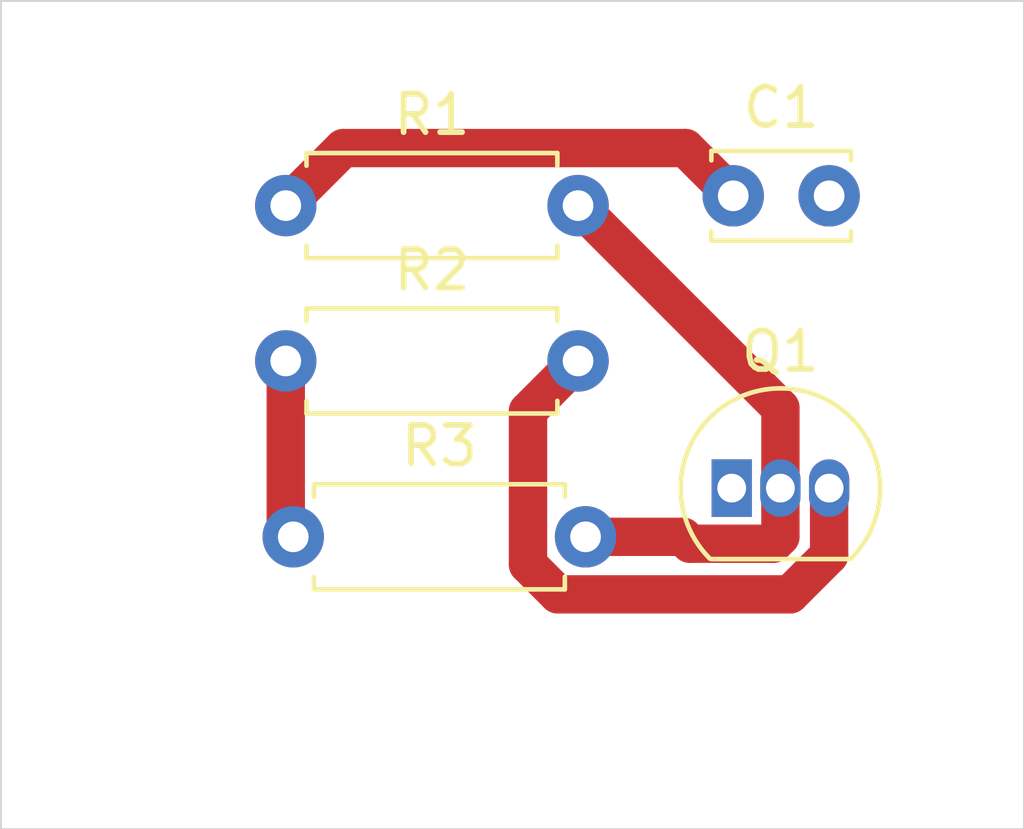
<source format=kicad_pcb>
(kicad_pcb (version 20171130) (host pcbnew "(5.1.2)-2")

  (general
    (thickness 1.6)
    (drawings 5)
    (tracks 20)
    (zones 0)
    (modules 5)
    (nets 7)
  )

  (page A4)
  (layers
    (0 F.Cu signal)
    (31 B.Cu signal)
    (32 B.Adhes user)
    (33 F.Adhes user)
    (34 B.Paste user)
    (35 F.Paste user)
    (36 B.SilkS user)
    (37 F.SilkS user)
    (38 B.Mask user)
    (39 F.Mask user)
    (40 Dwgs.User user)
    (41 Cmts.User user)
    (42 Eco1.User user)
    (43 Eco2.User user)
    (44 Edge.Cuts user)
    (45 Margin user)
    (46 B.CrtYd user)
    (47 F.CrtYd user)
    (48 B.Fab user)
    (49 F.Fab user)
  )

  (setup
    (last_trace_width 1)
    (user_trace_width 1)
    (trace_clearance 0.2)
    (zone_clearance 0.508)
    (zone_45_only no)
    (trace_min 0.2)
    (via_size 0.8)
    (via_drill 0.4)
    (via_min_size 0.4)
    (via_min_drill 0.3)
    (uvia_size 0.3)
    (uvia_drill 0.1)
    (uvias_allowed no)
    (uvia_min_size 0.2)
    (uvia_min_drill 0.1)
    (edge_width 0.05)
    (segment_width 0.2)
    (pcb_text_width 0.3)
    (pcb_text_size 1.5 1.5)
    (mod_edge_width 0.12)
    (mod_text_size 1 1)
    (mod_text_width 0.15)
    (pad_size 1.524 1.524)
    (pad_drill 0.762)
    (pad_to_mask_clearance 0.051)
    (solder_mask_min_width 0.25)
    (aux_axis_origin 0 0)
    (visible_elements FFFFFF7F)
    (pcbplotparams
      (layerselection 0x010fc_ffffffff)
      (usegerberextensions false)
      (usegerberattributes false)
      (usegerberadvancedattributes false)
      (creategerberjobfile false)
      (excludeedgelayer true)
      (linewidth 0.100000)
      (plotframeref false)
      (viasonmask false)
      (mode 1)
      (useauxorigin false)
      (hpglpennumber 1)
      (hpglpenspeed 20)
      (hpglpendiameter 15.000000)
      (psnegative false)
      (psa4output false)
      (plotreference true)
      (plotvalue true)
      (plotinvisibletext false)
      (padsonsilk false)
      (subtractmaskfromsilk false)
      (outputformat 1)
      (mirror false)
      (drillshape 1)
      (scaleselection 1)
      (outputdirectory ""))
  )

  (net 0 "")
  (net 1 "Net-(C1-Pad2)")
  (net 2 "Net-(C1-Pad1)")
  (net 3 VCC)
  (net 4 "Net-(Q1-Pad3)")
  (net 5 "Net-(Q1-Pad2)")
  (net 6 GND)

  (net_class Default "Esta é a classe de rede padrão."
    (clearance 0.2)
    (trace_width 0.25)
    (via_dia 0.8)
    (via_drill 0.4)
    (uvia_dia 0.3)
    (uvia_drill 0.1)
    (add_net GND)
    (add_net "Net-(C1-Pad1)")
    (add_net "Net-(C1-Pad2)")
    (add_net "Net-(Q1-Pad2)")
    (add_net "Net-(Q1-Pad3)")
    (add_net VCC)
  )

  (module Resistor_THT:R_Axial_DIN0207_L6.3mm_D2.5mm_P7.62mm_Horizontal (layer F.Cu) (tedit 5AE5139B) (tstamp 5D4E5A6B)
    (at 120.65 97.79)
    (descr "Resistor, Axial_DIN0207 series, Axial, Horizontal, pin pitch=7.62mm, 0.25W = 1/4W, length*diameter=6.3*2.5mm^2, http://cdn-reichelt.de/documents/datenblatt/B400/1_4W%23YAG.pdf")
    (tags "Resistor Axial_DIN0207 series Axial Horizontal pin pitch 7.62mm 0.25W = 1/4W length 6.3mm diameter 2.5mm")
    (path /5D4E288E)
    (fp_text reference R3 (at 3.81 -2.37) (layer F.SilkS)
      (effects (font (size 1 1) (thickness 0.15)))
    )
    (fp_text value 510k (at 3.81 2.37) (layer F.Fab)
      (effects (font (size 1 1) (thickness 0.15)))
    )
    (fp_text user %R (at 3.81 0) (layer F.Fab)
      (effects (font (size 1 1) (thickness 0.15)))
    )
    (fp_line (start 8.67 -1.5) (end -1.05 -1.5) (layer F.CrtYd) (width 0.05))
    (fp_line (start 8.67 1.5) (end 8.67 -1.5) (layer F.CrtYd) (width 0.05))
    (fp_line (start -1.05 1.5) (end 8.67 1.5) (layer F.CrtYd) (width 0.05))
    (fp_line (start -1.05 -1.5) (end -1.05 1.5) (layer F.CrtYd) (width 0.05))
    (fp_line (start 7.08 1.37) (end 7.08 1.04) (layer F.SilkS) (width 0.12))
    (fp_line (start 0.54 1.37) (end 7.08 1.37) (layer F.SilkS) (width 0.12))
    (fp_line (start 0.54 1.04) (end 0.54 1.37) (layer F.SilkS) (width 0.12))
    (fp_line (start 7.08 -1.37) (end 7.08 -1.04) (layer F.SilkS) (width 0.12))
    (fp_line (start 0.54 -1.37) (end 7.08 -1.37) (layer F.SilkS) (width 0.12))
    (fp_line (start 0.54 -1.04) (end 0.54 -1.37) (layer F.SilkS) (width 0.12))
    (fp_line (start 7.62 0) (end 6.96 0) (layer F.Fab) (width 0.1))
    (fp_line (start 0 0) (end 0.66 0) (layer F.Fab) (width 0.1))
    (fp_line (start 6.96 -1.25) (end 0.66 -1.25) (layer F.Fab) (width 0.1))
    (fp_line (start 6.96 1.25) (end 6.96 -1.25) (layer F.Fab) (width 0.1))
    (fp_line (start 0.66 1.25) (end 6.96 1.25) (layer F.Fab) (width 0.1))
    (fp_line (start 0.66 -1.25) (end 0.66 1.25) (layer F.Fab) (width 0.1))
    (pad 2 thru_hole oval (at 7.62 0) (size 1.6 1.6) (drill 0.8) (layers *.Cu *.Mask)
      (net 5 "Net-(Q1-Pad2)"))
    (pad 1 thru_hole circle (at 0 0) (size 1.6 1.6) (drill 0.8) (layers *.Cu *.Mask)
      (net 6 GND))
    (model ${KISYS3DMOD}/Resistor_THT.3dshapes/R_Axial_DIN0207_L6.3mm_D2.5mm_P7.62mm_Horizontal.wrl
      (at (xyz 0 0 0))
      (scale (xyz 1 1 1))
      (rotate (xyz 0 0 0))
    )
  )

  (module Resistor_THT:R_Axial_DIN0207_L6.3mm_D2.5mm_P7.62mm_Horizontal (layer F.Cu) (tedit 5AE5139B) (tstamp 5D4E5A54)
    (at 120.455001 93.205001)
    (descr "Resistor, Axial_DIN0207 series, Axial, Horizontal, pin pitch=7.62mm, 0.25W = 1/4W, length*diameter=6.3*2.5mm^2, http://cdn-reichelt.de/documents/datenblatt/B400/1_4W%23YAG.pdf")
    (tags "Resistor Axial_DIN0207 series Axial Horizontal pin pitch 7.62mm 0.25W = 1/4W length 6.3mm diameter 2.5mm")
    (path /5D4E3427)
    (fp_text reference R2 (at 3.81 -2.37) (layer F.SilkS)
      (effects (font (size 1 1) (thickness 0.15)))
    )
    (fp_text value 10k (at 3.81 2.37) (layer F.Fab)
      (effects (font (size 1 1) (thickness 0.15)))
    )
    (fp_text user %R (at 3.81 0) (layer F.Fab)
      (effects (font (size 1 1) (thickness 0.15)))
    )
    (fp_line (start 8.67 -1.5) (end -1.05 -1.5) (layer F.CrtYd) (width 0.05))
    (fp_line (start 8.67 1.5) (end 8.67 -1.5) (layer F.CrtYd) (width 0.05))
    (fp_line (start -1.05 1.5) (end 8.67 1.5) (layer F.CrtYd) (width 0.05))
    (fp_line (start -1.05 -1.5) (end -1.05 1.5) (layer F.CrtYd) (width 0.05))
    (fp_line (start 7.08 1.37) (end 7.08 1.04) (layer F.SilkS) (width 0.12))
    (fp_line (start 0.54 1.37) (end 7.08 1.37) (layer F.SilkS) (width 0.12))
    (fp_line (start 0.54 1.04) (end 0.54 1.37) (layer F.SilkS) (width 0.12))
    (fp_line (start 7.08 -1.37) (end 7.08 -1.04) (layer F.SilkS) (width 0.12))
    (fp_line (start 0.54 -1.37) (end 7.08 -1.37) (layer F.SilkS) (width 0.12))
    (fp_line (start 0.54 -1.04) (end 0.54 -1.37) (layer F.SilkS) (width 0.12))
    (fp_line (start 7.62 0) (end 6.96 0) (layer F.Fab) (width 0.1))
    (fp_line (start 0 0) (end 0.66 0) (layer F.Fab) (width 0.1))
    (fp_line (start 6.96 -1.25) (end 0.66 -1.25) (layer F.Fab) (width 0.1))
    (fp_line (start 6.96 1.25) (end 6.96 -1.25) (layer F.Fab) (width 0.1))
    (fp_line (start 0.66 1.25) (end 6.96 1.25) (layer F.Fab) (width 0.1))
    (fp_line (start 0.66 -1.25) (end 0.66 1.25) (layer F.Fab) (width 0.1))
    (pad 2 thru_hole oval (at 7.62 0) (size 1.6 1.6) (drill 0.8) (layers *.Cu *.Mask)
      (net 4 "Net-(Q1-Pad3)"))
    (pad 1 thru_hole circle (at 0 0) (size 1.6 1.6) (drill 0.8) (layers *.Cu *.Mask)
      (net 6 GND))
    (model ${KISYS3DMOD}/Resistor_THT.3dshapes/R_Axial_DIN0207_L6.3mm_D2.5mm_P7.62mm_Horizontal.wrl
      (at (xyz 0 0 0))
      (scale (xyz 1 1 1))
      (rotate (xyz 0 0 0))
    )
  )

  (module Resistor_THT:R_Axial_DIN0207_L6.3mm_D2.5mm_P7.62mm_Horizontal (layer F.Cu) (tedit 5AE5139B) (tstamp 5D4E5A3D)
    (at 120.455001 89.155001)
    (descr "Resistor, Axial_DIN0207 series, Axial, Horizontal, pin pitch=7.62mm, 0.25W = 1/4W, length*diameter=6.3*2.5mm^2, http://cdn-reichelt.de/documents/datenblatt/B400/1_4W%23YAG.pdf")
    (tags "Resistor Axial_DIN0207 series Axial Horizontal pin pitch 7.62mm 0.25W = 1/4W length 6.3mm diameter 2.5mm")
    (path /5D4DF5E7)
    (fp_text reference R1 (at 3.81 -2.37) (layer F.SilkS)
      (effects (font (size 1 1) (thickness 0.15)))
    )
    (fp_text value 1k (at 3.81 2.37) (layer F.Fab)
      (effects (font (size 1 1) (thickness 0.15)))
    )
    (fp_text user %R (at 3.81 0) (layer F.Fab)
      (effects (font (size 1 1) (thickness 0.15)))
    )
    (fp_line (start 8.67 -1.5) (end -1.05 -1.5) (layer F.CrtYd) (width 0.05))
    (fp_line (start 8.67 1.5) (end 8.67 -1.5) (layer F.CrtYd) (width 0.05))
    (fp_line (start -1.05 1.5) (end 8.67 1.5) (layer F.CrtYd) (width 0.05))
    (fp_line (start -1.05 -1.5) (end -1.05 1.5) (layer F.CrtYd) (width 0.05))
    (fp_line (start 7.08 1.37) (end 7.08 1.04) (layer F.SilkS) (width 0.12))
    (fp_line (start 0.54 1.37) (end 7.08 1.37) (layer F.SilkS) (width 0.12))
    (fp_line (start 0.54 1.04) (end 0.54 1.37) (layer F.SilkS) (width 0.12))
    (fp_line (start 7.08 -1.37) (end 7.08 -1.04) (layer F.SilkS) (width 0.12))
    (fp_line (start 0.54 -1.37) (end 7.08 -1.37) (layer F.SilkS) (width 0.12))
    (fp_line (start 0.54 -1.04) (end 0.54 -1.37) (layer F.SilkS) (width 0.12))
    (fp_line (start 7.62 0) (end 6.96 0) (layer F.Fab) (width 0.1))
    (fp_line (start 0 0) (end 0.66 0) (layer F.Fab) (width 0.1))
    (fp_line (start 6.96 -1.25) (end 0.66 -1.25) (layer F.Fab) (width 0.1))
    (fp_line (start 6.96 1.25) (end 6.96 -1.25) (layer F.Fab) (width 0.1))
    (fp_line (start 0.66 1.25) (end 6.96 1.25) (layer F.Fab) (width 0.1))
    (fp_line (start 0.66 -1.25) (end 0.66 1.25) (layer F.Fab) (width 0.1))
    (pad 2 thru_hole oval (at 7.62 0) (size 1.6 1.6) (drill 0.8) (layers *.Cu *.Mask)
      (net 5 "Net-(Q1-Pad2)"))
    (pad 1 thru_hole circle (at 0 0) (size 1.6 1.6) (drill 0.8) (layers *.Cu *.Mask)
      (net 2 "Net-(C1-Pad1)"))
    (model ${KISYS3DMOD}/Resistor_THT.3dshapes/R_Axial_DIN0207_L6.3mm_D2.5mm_P7.62mm_Horizontal.wrl
      (at (xyz 0 0 0))
      (scale (xyz 1 1 1))
      (rotate (xyz 0 0 0))
    )
  )

  (module Package_TO_SOT_THT:TO-92_Inline (layer F.Cu) (tedit 5A1DD157) (tstamp 5D4E5A26)
    (at 132.08 96.52)
    (descr "TO-92 leads in-line, narrow, oval pads, drill 0.75mm (see NXP sot054_po.pdf)")
    (tags "to-92 sc-43 sc-43a sot54 PA33 transistor")
    (path /5D4E3E87)
    (fp_text reference Q1 (at 1.27 -3.56) (layer F.SilkS)
      (effects (font (size 1 1) (thickness 0.15)))
    )
    (fp_text value BC548 (at 1.27 2.79) (layer F.Fab)
      (effects (font (size 1 1) (thickness 0.15)))
    )
    (fp_arc (start 1.27 0) (end 1.27 -2.6) (angle 135) (layer F.SilkS) (width 0.12))
    (fp_arc (start 1.27 0) (end 1.27 -2.48) (angle -135) (layer F.Fab) (width 0.1))
    (fp_arc (start 1.27 0) (end 1.27 -2.6) (angle -135) (layer F.SilkS) (width 0.12))
    (fp_arc (start 1.27 0) (end 1.27 -2.48) (angle 135) (layer F.Fab) (width 0.1))
    (fp_line (start 4 2.01) (end -1.46 2.01) (layer F.CrtYd) (width 0.05))
    (fp_line (start 4 2.01) (end 4 -2.73) (layer F.CrtYd) (width 0.05))
    (fp_line (start -1.46 -2.73) (end -1.46 2.01) (layer F.CrtYd) (width 0.05))
    (fp_line (start -1.46 -2.73) (end 4 -2.73) (layer F.CrtYd) (width 0.05))
    (fp_line (start -0.5 1.75) (end 3 1.75) (layer F.Fab) (width 0.1))
    (fp_line (start -0.53 1.85) (end 3.07 1.85) (layer F.SilkS) (width 0.12))
    (fp_text user %R (at 1.27 -3.56) (layer F.Fab)
      (effects (font (size 1 1) (thickness 0.15)))
    )
    (pad 1 thru_hole rect (at 0 0) (size 1.05 1.5) (drill 0.75) (layers *.Cu *.Mask)
      (net 3 VCC))
    (pad 3 thru_hole oval (at 2.54 0) (size 1.05 1.5) (drill 0.75) (layers *.Cu *.Mask)
      (net 4 "Net-(Q1-Pad3)"))
    (pad 2 thru_hole oval (at 1.27 0) (size 1.05 1.5) (drill 0.75) (layers *.Cu *.Mask)
      (net 5 "Net-(Q1-Pad2)"))
    (model ${KISYS3DMOD}/Package_TO_SOT_THT.3dshapes/TO-92_Inline.wrl
      (at (xyz 0 0 0))
      (scale (xyz 1 1 1))
      (rotate (xyz 0 0 0))
    )
  )

  (module Capacitor_THT:C_Disc_D3.4mm_W2.1mm_P2.50mm (layer F.Cu) (tedit 5AE50EF0) (tstamp 5D4E5A14)
    (at 132.12 88.9)
    (descr "C, Disc series, Radial, pin pitch=2.50mm, , diameter*width=3.4*2.1mm^2, Capacitor, http://www.vishay.com/docs/45233/krseries.pdf")
    (tags "C Disc series Radial pin pitch 2.50mm  diameter 3.4mm width 2.1mm Capacitor")
    (path /5D4E2BD8)
    (fp_text reference C1 (at 1.25 -2.3) (layer F.SilkS)
      (effects (font (size 1 1) (thickness 0.15)))
    )
    (fp_text value 20nF (at 1.25 2.3) (layer F.Fab)
      (effects (font (size 1 1) (thickness 0.15)))
    )
    (fp_text user %R (at 1.25 0) (layer F.Fab)
      (effects (font (size 0.68 0.68) (thickness 0.102)))
    )
    (fp_line (start 3.55 -1.3) (end -1.05 -1.3) (layer F.CrtYd) (width 0.05))
    (fp_line (start 3.55 1.3) (end 3.55 -1.3) (layer F.CrtYd) (width 0.05))
    (fp_line (start -1.05 1.3) (end 3.55 1.3) (layer F.CrtYd) (width 0.05))
    (fp_line (start -1.05 -1.3) (end -1.05 1.3) (layer F.CrtYd) (width 0.05))
    (fp_line (start 3.07 0.925) (end 3.07 1.17) (layer F.SilkS) (width 0.12))
    (fp_line (start 3.07 -1.17) (end 3.07 -0.925) (layer F.SilkS) (width 0.12))
    (fp_line (start -0.57 0.925) (end -0.57 1.17) (layer F.SilkS) (width 0.12))
    (fp_line (start -0.57 -1.17) (end -0.57 -0.925) (layer F.SilkS) (width 0.12))
    (fp_line (start -0.57 1.17) (end 3.07 1.17) (layer F.SilkS) (width 0.12))
    (fp_line (start -0.57 -1.17) (end 3.07 -1.17) (layer F.SilkS) (width 0.12))
    (fp_line (start 2.95 -1.05) (end -0.45 -1.05) (layer F.Fab) (width 0.1))
    (fp_line (start 2.95 1.05) (end 2.95 -1.05) (layer F.Fab) (width 0.1))
    (fp_line (start -0.45 1.05) (end 2.95 1.05) (layer F.Fab) (width 0.1))
    (fp_line (start -0.45 -1.05) (end -0.45 1.05) (layer F.Fab) (width 0.1))
    (pad 2 thru_hole circle (at 2.5 0) (size 1.6 1.6) (drill 0.8) (layers *.Cu *.Mask)
      (net 1 "Net-(C1-Pad2)"))
    (pad 1 thru_hole circle (at 0 0) (size 1.6 1.6) (drill 0.8) (layers *.Cu *.Mask)
      (net 2 "Net-(C1-Pad1)"))
    (model ${KISYS3DMOD}/Capacitor_THT.3dshapes/C_Disc_D3.4mm_W2.1mm_P2.50mm.wrl
      (at (xyz 0 0 0))
      (scale (xyz 1 1 1))
      (rotate (xyz 0 0 0))
    )
  )

  (gr_line (start 139.7 83.82) (end 113.03 83.82) (layer Edge.Cuts) (width 0.05) (tstamp 5D4E61FD))
  (gr_line (start 139.7 85.09) (end 139.7 83.82) (layer Edge.Cuts) (width 0.05))
  (gr_line (start 139.7 105.41) (end 139.7 85.09) (layer Edge.Cuts) (width 0.05))
  (gr_line (start 113.03 105.41) (end 139.7 105.41) (layer Edge.Cuts) (width 0.05))
  (gr_line (start 113.03 83.82) (end 113.03 105.41) (layer Edge.Cuts) (width 0.05))

  (segment (start 131.320001 88.100001) (end 132.12 88.9) (width 1) (layer F.Cu) (net 2))
  (segment (start 130.875 87.655) (end 131.320001 88.100001) (width 1) (layer F.Cu) (net 2))
  (segment (start 121.955002 87.655) (end 130.875 87.655) (width 1) (layer F.Cu) (net 2))
  (segment (start 120.455001 89.155001) (end 121.955002 87.655) (width 1) (layer F.Cu) (net 2))
  (segment (start 127.275002 94.005) (end 128.075001 93.205001) (width 1) (layer F.Cu) (net 4))
  (segment (start 126.769999 94.510003) (end 127.275002 94.005) (width 1) (layer F.Cu) (net 4))
  (segment (start 127.549999 99.290001) (end 126.769999 98.510001) (width 1) (layer F.Cu) (net 4))
  (segment (start 133.599999 99.290001) (end 127.549999 99.290001) (width 1) (layer F.Cu) (net 4))
  (segment (start 126.769999 98.510001) (end 126.769999 94.510003) (width 1) (layer F.Cu) (net 4))
  (segment (start 134.62 98.27) (end 133.599999 99.290001) (width 1) (layer F.Cu) (net 4))
  (segment (start 134.62 96.52) (end 134.62 98.27) (width 1) (layer F.Cu) (net 4))
  (segment (start 133.35 94.43) (end 133.35 96.52) (width 1) (layer F.Cu) (net 5))
  (segment (start 128.075001 89.155001) (end 133.35 94.43) (width 1) (layer F.Cu) (net 5))
  (segment (start 133.35 97.785002) (end 133.35 96.52) (width 1) (layer F.Cu) (net 5))
  (segment (start 133.165001 97.970001) (end 133.35 97.785002) (width 1) (layer F.Cu) (net 5))
  (segment (start 130.994999 97.970001) (end 133.165001 97.970001) (width 1) (layer F.Cu) (net 5))
  (segment (start 130.814998 97.79) (end 130.994999 97.970001) (width 1) (layer F.Cu) (net 5))
  (segment (start 128.27 97.79) (end 130.814998 97.79) (width 1) (layer F.Cu) (net 5))
  (segment (start 120.455001 97.595001) (end 120.65 97.79) (width 1) (layer F.Cu) (net 6))
  (segment (start 120.455001 93.205001) (end 120.455001 97.595001) (width 1) (layer F.Cu) (net 6))

)

</source>
